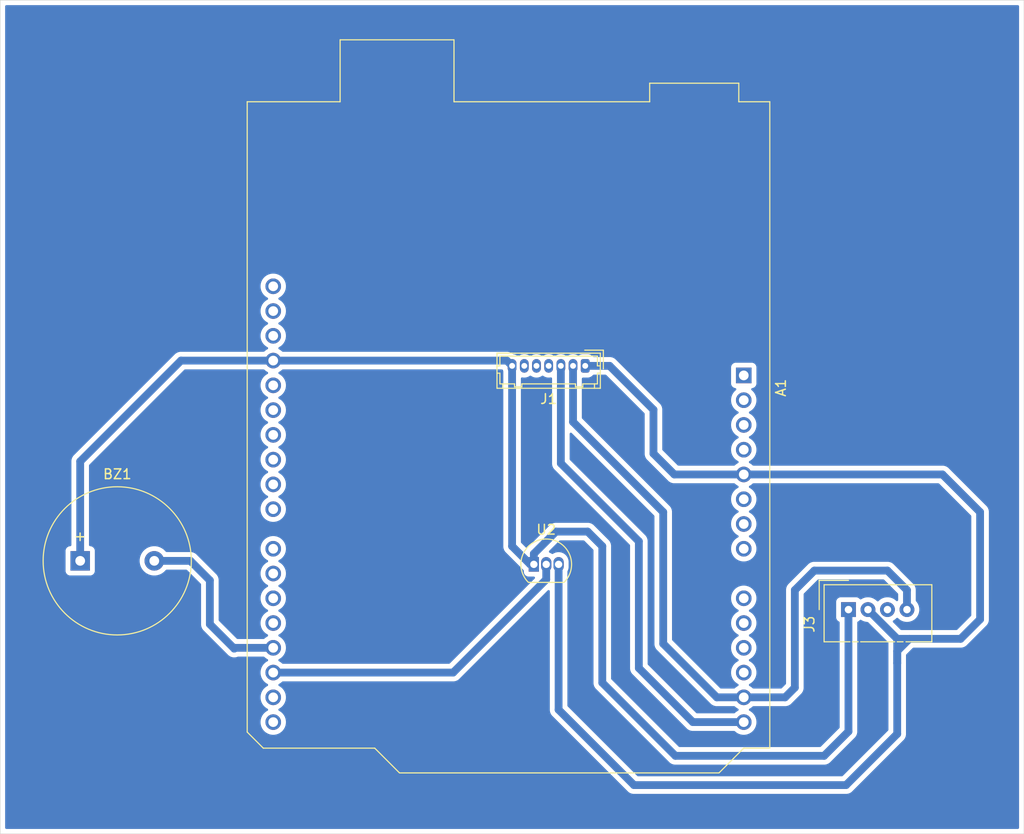
<source format=kicad_pcb>
(kicad_pcb (version 20241229) (generator "pcbnew") (generator_version "9.0")
  (layers (0 "F.Cu" signal) (2 "B.Cu" signal) (13 "F.Paste" user) (15 "B.Paste" user) (5 "F.SilkS" user "F.Silkscreen") (7 "B.SilkS" user "B.Silkscreen") (1 "F.Mask" user) (3 "B.Mask" user) (25 "Edge.Cuts" user))
  (net 0 "")
  (net 6 "/GND")
  (net 18 "Net-(A1-D2)")
  (net 21 "/SCL")
  (net 22 "/VCC")
  (net 29 "Net-(A1-D3)")
  (net 32 "/IRD")
  (net 33 "/INT")
  (net 34 "/RD")
  (footprint "Module:Arduino_UNO_R3" (layer "F.Cu") (at 146.01 89.48 -90)
    (property "Reference" "A1" (at 1.27 -3.81 90) (layer "F.SilkS"))
    (property "Value" "Arduino_UNO_R3")
    (fp_line (start -28.07 50.93) (end 36.58 50.93) (stroke (width 0.12)) (layer "F.SilkS"))
    (fp_line (start 36.58 50.93) (end 38.23 49.28) (stroke (width 0.12)) (layer "F.SilkS"))
    (fp_line (start 38.23 49.28) (end 38.23 37.85) (stroke (width 0.12)) (layer "F.SilkS"))
    (fp_line (start -34.42 41.4) (end -28.07 41.4) (stroke (width 0.12)) (layer "F.SilkS"))
    (fp_line (start -28.07 41.4) (end -28.07 50.93) (stroke (width 0.12)) (layer "F.SilkS"))
    (fp_line (start 38.23 37.85) (end 40.77 35.31) (stroke (width 0.12)) (layer "F.SilkS"))
    (fp_line (start 40.77 35.31) (end 40.77 2.54) (stroke (width 0.12)) (layer "F.SilkS"))
    (fp_line (start -34.42 29.72) (end -34.42 41.4) (stroke (width 0.12)) (layer "F.SilkS"))
    (fp_line (start -28.07 29.72) (end -34.42 29.72) (stroke (width 0.12)) (layer "F.SilkS"))
    (fp_line (start -29.97 9.65) (end -28.07 9.65) (stroke (width 0.12)) (layer "F.SilkS"))
    (fp_line (start -28.07 9.65) (end -28.07 29.72) (stroke (width 0.12)) (layer "F.SilkS"))
    (fp_line (start 40.77 2.54) (end 38.23 0) (stroke (width 0.12)) (layer "F.SilkS"))
    (fp_line (start -29.97 0.51) (end -29.97 9.65) (stroke (width 0.12)) (layer "F.SilkS"))
    (fp_line (start -28.07 0.51) (end -29.97 0.51) (stroke (width 0.12)) (layer "F.SilkS"))
    (fp_line (start 38.23 0) (end 38.23 -2.67) (stroke (width 0.12)) (layer "F.SilkS"))
    (fp_line (start -28.07 -2.67) (end -28.07 0.51) (stroke (width 0.12)) (layer "F.SilkS"))
    (fp_line (start 38.23 -2.67) (end -28.07 -2.67) (stroke (width 0.12)) (layer "F.SilkS"))
    (pad "1" thru_hole rect (at 0 0) (size 1.6 1.6) (drill 1) (layers "*.Cu" "*.Mask"))
    (pad "2" thru_hole oval (at 2.54 0) (size 1.6 1.6) (drill 1) (layers "*.Cu" "*.Mask"))
    (pad "3" thru_hole oval (at 5.08 0) (size 1.6 1.6) (drill 1) (layers "*.Cu" "*.Mask"))
    (pad "4" thru_hole oval (at 7.62 0) (size 1.6 1.6) (drill 1) (layers "*.Cu" "*.Mask"))
    (pad "5" thru_hole oval (at 10.16 0) (size 1.6 1.6) (drill 1) (layers "*.Cu" "*.Mask") (net 22 "/VCC"))
    (pad "6" thru_hole oval (at 12.7 0) (size 1.6 1.6) (drill 1) (layers "*.Cu" "*.Mask"))
    (pad "7" thru_hole oval (at 15.24 0) (size 1.6 1.6) (drill 1) (layers "*.Cu" "*.Mask"))
    (pad "8" thru_hole oval (at 17.78 0) (size 1.6 1.6) (drill 1) (layers "*.Cu" "*.Mask"))
    (pad "9" thru_hole oval (at 22.86 0) (size 1.6 1.6) (drill 1) (layers "*.Cu" "*.Mask"))
    (pad "10" thru_hole oval (at 25.4 0) (size 1.6 1.6) (drill 1) (layers "*.Cu" "*.Mask"))
    (pad "11" thru_hole oval (at 27.94 0) (size 1.6 1.6) (drill 1) (layers "*.Cu" "*.Mask"))
    (pad "12" thru_hole oval (at 30.48 0) (size 1.6 1.6) (drill 1) (layers "*.Cu" "*.Mask"))
    (pad "13" thru_hole oval (at 33.02 0) (size 1.6 1.6) (drill 1) (layers "*.Cu" "*.Mask") (net 21 "/SCL"))
    (pad "14" thru_hole oval (at 35.56 0) (size 1.6 1.6) (drill 1) (layers "*.Cu" "*.Mask") (net 21 "/SCL"))
    (pad "15" thru_hole oval (at 35.56 48.26) (size 1.6 1.6) (drill 1) (layers "*.Cu" "*.Mask"))
    (pad "16" thru_hole oval (at 33.02 48.26) (size 1.6 1.6) (drill 1) (layers "*.Cu" "*.Mask"))
    (pad "17" thru_hole oval (at 30.48 48.26) (size 1.6 1.6) (drill 1) (layers "*.Cu" "*.Mask") (net 18 "Net-(A1-D2)"))
    (pad "18" thru_hole oval (at 27.94 48.26) (size 1.6 1.6) (drill 1) (layers "*.Cu" "*.Mask") (net 29 "Net-(A1-D3)"))
    (pad "19" thru_hole oval (at 25.4 48.26) (size 1.6 1.6) (drill 1) (layers "*.Cu" "*.Mask"))
    (pad "20" thru_hole oval (at 22.86 48.26) (size 1.6 1.6) (drill 1) (layers "*.Cu" "*.Mask"))
    (pad "21" thru_hole oval (at 20.32 48.26) (size 1.6 1.6) (drill 1) (layers "*.Cu" "*.Mask"))
    (pad "22" thru_hole oval (at 17.78 48.26) (size 1.6 1.6) (drill 1) (layers "*.Cu" "*.Mask"))
    (pad "23" thru_hole oval (at 13.72 48.26) (size 1.6 1.6) (drill 1) (layers "*.Cu" "*.Mask"))
    (pad "24" thru_hole oval (at 11.18 48.26) (size 1.6 1.6) (drill 1) (layers "*.Cu" "*.Mask"))
    (pad "25" thru_hole oval (at 8.64 48.26) (size 1.6 1.6) (drill 1) (layers "*.Cu" "*.Mask"))
    (pad "26" thru_hole oval (at 6.1 48.26) (size 1.6 1.6) (drill 1) (layers "*.Cu" "*.Mask"))
    (pad "27" thru_hole oval (at 3.56 48.26) (size 1.6 1.6) (drill 1) (layers "*.Cu" "*.Mask"))
    (pad "28" thru_hole oval (at 1.02 48.26) (size 1.6 1.6) (drill 1) (layers "*.Cu" "*.Mask"))
    (pad "29" thru_hole oval (at -1.52 48.26) (size 1.6 1.6) (drill 1) (layers "*.Cu" "*.Mask") (net 6 "/GND"))
    (pad "30" thru_hole oval (at -4.06 48.26) (size 1.6 1.6) (drill 1) (layers "*.Cu" "*.Mask"))
    (pad "31" thru_hole oval (at -6.6 48.26) (size 1.6 1.6) (drill 1) (layers "*.Cu" "*.Mask"))
    (pad "32" thru_hole oval (at -9.14 48.26) (size 1.6 1.6) (drill 1) (layers "*.Cu" "*.Mask"))
  )
  (footprint "Package_TO_SOT_THT:TO-92_Inline" (layer "F.Cu") (at 124.48 108.86)
    (property "Reference" "U2" (at 1.27 -3.56 0) (layer "F.SilkS"))
    (property "Value" "DS18B20")
    (fp_line (start -0.53 1.85) (end 3.07 1.85) (stroke (width 0.12)) (layer "F.SilkS"))
    (fp_arc (start -0.568478 1.838478) (mid -1.132087 -0.994977) (end 1.27 -2.6) (stroke (width 0.12)) (layer "F.SilkS"))
    (fp_arc (start 1.27 -2.6) (mid 3.672087 -0.994977) (end 3.108478 1.838478) (stroke (width 0.12)) (layer "F.SilkS"))
    (pad "1" thru_hole rect (at 0 0) (size 1.05 1.5) (drill 0.75) (layers "*.Cu" "*.Mask") (net 6 "/GND"))
    (pad "2" thru_hole oval (at 1.27 0) (size 1.05 1.5) (drill 0.75) (layers "*.Cu" "*.Mask") (net 18 "Net-(A1-D2)"))
    (pad "3" thru_hole oval (at 2.54 0) (size 1.05 1.5) (drill 0.75) (layers "*.Cu" "*.Mask") (net 22 "/VCC"))
  )
  (footprint "Connector_Hirose:Hirose_DF13-07P-1.25DSA_1x07_P1.25mm_Vertical" (layer "F.Cu") (at 129.75 88.5 180)
    (property "Reference" "J1" (at 3.75 -3.4 0) (layer "F.SilkS"))
    (property "Value" "MAX30102")
    (fp_line (start 9.05 1.3) (end 9.05 -2.3) (stroke (width 0.12)) (layer "F.SilkS"))
    (fp_line (start 9.05 -0.75) (end 8.75 -0.75) (stroke (width 0.12)) (layer "F.SilkS"))
    (fp_line (start 9.05 -2.3) (end -1.55 -2.3) (stroke (width 0.12)) (layer "F.SilkS"))
    (fp_line (start 8.75 1) (end 8.75 0) (stroke (width 0.12)) (layer "F.SilkS"))
    (fp_line (start 8.75 0) (end 9.05 0) (stroke (width 0.12)) (layer "F.SilkS"))
    (fp_line (start 8.75 -0.75) (end 8.75 -1.85) (stroke (width 0.12)) (layer "F.SilkS"))
    (fp_line (start 8.75 -1.85) (end 8.45 -1.85) (stroke (width 0.12)) (layer "F.SilkS"))
    (fp_line (start 8.45 -1.85) (end 8.45 -2.3) (stroke (width 0.12)) (layer "F.SilkS"))
    (fp_line (start 7.25 -1.85) (end 8.45 -1.85) (stroke (width 0.12)) (layer "F.SilkS"))
    (fp_line (start 7.25 -2.15) (end 7.25 -1.85) (stroke (width 0.12)) (layer "F.SilkS"))
    (fp_line (start 6.5 -1.85) (end 6.5 -2.15) (stroke (width 0.12)) (layer "F.SilkS"))
    (fp_line (start 6.5 -2.15) (end 7.25 -2.15) (stroke (width 0.12)) (layer "F.SilkS"))
    (fp_line (start 1 -1.85) (end 6.5 -1.85) (stroke (width 0.12)) (layer "F.SilkS"))
    (fp_line (start 1 -2.15) (end 1 -1.85) (stroke (width 0.12)) (layer "F.SilkS"))
    (fp_line (start 0.25 -1.85) (end 0.25 -2.15) (stroke (width 0.12)) (layer "F.SilkS"))
    (fp_line (start 0.25 -2.15) (end 1 -2.15) (stroke (width 0.12)) (layer "F.SilkS"))
    (fp_line (start -0.95 -1.85) (end 0.25 -1.85) (stroke (width 0.12)) (layer "F.SilkS"))
    (fp_line (start -0.95 -1.85) (end -0.95 -2.3) (stroke (width 0.12)) (layer "F.SilkS"))
    (fp_line (start -1.25 1) (end 8.75 1) (stroke (width 0.12)) (layer "F.SilkS"))
    (fp_line (start -1.25 0) (end -1.25 1) (stroke (width 0.12)) (layer "F.SilkS"))
    (fp_line (start -1.25 -0.75) (end -1.25 -1.85) (stroke (width 0.12)) (layer "F.SilkS"))
    (fp_line (start -1.25 -1.85) (end -0.95 -1.85) (stroke (width 0.12)) (layer "F.SilkS"))
    (fp_line (start -1.55 1.3) (end 9.05 1.3) (stroke (width 0.12)) (layer "F.SilkS"))
    (fp_line (start -1.55 0) (end -1.25 0) (stroke (width 0.12)) (layer "F.SilkS"))
    (fp_line (start -1.55 -0.75) (end -1.25 -0.75) (stroke (width 0.12)) (layer "F.SilkS"))
    (fp_line (start -1.55 -2.3) (end -1.55 1.3) (stroke (width 0.12)) (layer "F.SilkS"))
    (fp_line (start -1.86 1.61) (end 0.05 1.61) (stroke (width 0.12)) (layer "F.SilkS"))
    (fp_line (start -1.86 -0.3) (end -1.86 1.61) (stroke (width 0.12)) (layer "F.SilkS"))
    (pad "1" thru_hole roundrect (at 0 0 180) (size 0.9 1.4) (drill 0.6) (layers "*.Cu" "*.Mask") (net 22 "/VCC"))
    (pad "2" thru_hole oval (at 1.25 0 180) (size 0.9 1.4) (drill 0.6) (layers "*.Cu" "*.Mask") (net 21 "/SCL"))
    (pad "3" thru_hole oval (at 2.5 0 180) (size 0.9 1.4) (drill 0.6) (layers "*.Cu" "*.Mask") (net 21 "/SCL"))
    (pad "4" thru_hole oval (at 3.75 0 180) (size 0.9 1.4) (drill 0.6) (layers "*.Cu" "*.Mask") (net 33 "/INT"))
    (pad "5" thru_hole oval (at 5 0 180) (size 0.9 1.4) (drill 0.6) (layers "*.Cu" "*.Mask") (net 32 "/IRD"))
    (pad "6" thru_hole oval (at 6.25 0 180) (size 0.9 1.4) (drill 0.6) (layers "*.Cu" "*.Mask") (net 34 "/RD"))
    (pad "7" thru_hole oval (at 7.5 0 180) (size 0.9 1.4) (drill 0.6) (layers "*.Cu" "*.Mask") (net 6 "/GND"))
  )
  (footprint "Connector:NS-Tech_Grove_1x04_P2mm_Vertical" (layer "F.Cu") (at 156.75 113.5 90)
    (property "Reference" "J3" (at -1.5 -4 90) (layer "F.SilkS"))
    (property "Value" "LCD 16x2")
    (fp_line (start 3 -3) (end 3 0) (stroke (width 0.12)) (layer "F.SilkS"))
    (fp_line (start 0 -3) (end 3 -3) (stroke (width 0.12)) (layer "F.SilkS"))
    (fp_line (start 2.55 -2.5) (end 2.55 8.55) (stroke (width 0.12)) (layer "F.SilkS"))
    (fp_line (start -3.3 -2.5) (end 2.55 -2.5) (stroke (width 0.12)) (layer "F.SilkS"))
    (fp_line (start -3.3 -2.5) (end -3.3 0.15) (stroke (width 0.12)) (layer "F.SilkS"))
    (fp_line (start -3.3 0.4) (end -3.3 1) (stroke (width 0.12)) (layer "F.SilkS"))
    (fp_line (start -3.3 1.25) (end -3.3 4.75) (stroke (width 0.12)) (layer "F.SilkS"))
    (fp_line (start -3.3 5) (end -3.3 5.6) (stroke (width 0.12)) (layer "F.SilkS"))
    (fp_line (start -3.3 5.9) (end -3.3 8.55) (stroke (width 0.12)) (layer "F.SilkS"))
    (fp_line (start -3.3 8.55) (end 2.55 8.55) (stroke (width 0.12)) (layer "F.SilkS"))
    (pad "1" thru_hole rect (at 0 0 90) (size 1.524 1.524) (drill 0.762) (layers "*.Cu" "*.Mask") (net 6 "/GND"))
    (pad "2" thru_hole circle (at 0 2 90) (size 1.524 1.524) (drill 0.762) (layers "*.Cu" "*.Mask") (net 22 "/VCC"))
    (pad "3" thru_hole circle (at 0 4 90) (size 1.524 1.524) (drill 0.762) (layers "*.Cu" "*.Mask") (net 21 "/SCL"))
    (pad "4" thru_hole circle (at 0 6 90) (size 1.524 1.524) (drill 0.762) (layers "*.Cu" "*.Mask") (net 21 "/SCL"))
  )
  (footprint "Buzzer_Beeper:Buzzer_15x7.5RM7.6" (layer "F.Cu") (at 77.95 108.5)
    (property "Reference" "BZ1" (at 3.81 -8.89 0) (layer "F.SilkS"))
    (property "Value" "Buzzer")
    (fp_circle (center 3.8 0) (end 11.4 0) (stroke (width 0.12)) (fill no) (layer "F.SilkS"))
    (fp_text user "+" (at -0.01 -2.54 0) (layer "F.SilkS"))
    (pad "1" thru_hole rect (at 0 0) (size 2 2) (drill 1) (layers "*.Cu" "*.Mask") (net 6 "/GND"))
    (pad "2" thru_hole circle (at 7.6 0) (size 2 2) (drill 1) (layers "*.Cu" "*.Mask") (net 29 "Net-(A1-D3)"))
  )
  (gr_rect (start 69.75 51) (end 174.75 136.5) (stroke (width 0.05)) (fill no) (layer "Edge.Cuts"))
  (segment (start 124.48 107.77) (end 126.75 105.5) (width 0.8) (layer "B.Cu") (net 6))
  (segment (start 131.5 121) (end 139 128.5) (width 0.8) (layer "B.Cu") (net 6))
  (segment (start 97.75 87.96) (end 121.71 87.96) (width 0.8) (layer "B.Cu") (net 6))
  (segment (start 122.25 107) (end 122.25 88.5) (width 0.8) (layer "B.Cu") (net 6))
  (segment (start 156.75 126) (end 156.75 113.5) (width 0.8) (layer "B.Cu") (net 6))
  (segment (start 121.71 87.96) (end 122.25 88.5) (width 0.8) (layer "B.Cu") (net 6))
  (segment (start 154.25 128.5) (end 156.75 126) (width 0.8) (layer "B.Cu") (net 6))
  (segment (start 88.29 87.96) (end 97.75 87.96) (width 0.8) (layer "B.Cu") (net 6))
  (segment (start 124.48 108.86) (end 124.48 107.77) (width 0.8) (layer "B.Cu") (net 6))
  (segment (start 77.95 98.3) (end 88.29 87.96) (width 0.8) (layer "B.Cu") (net 6))
  (segment (start 126.75 105.5) (end 130 105.5) (width 0.8) (layer "B.Cu") (net 6))
  (segment (start 131.5 107) (end 131.5 121) (width 0.8) (layer "B.Cu") (net 6))
  (segment (start 77.95 108.5) (end 77.95 98.3) (width 0.8) (layer "B.Cu") (net 6))
  (segment (start 124.11 108.86) (end 122.25 107) (width 0.8) (layer "B.Cu") (net 6))
  (segment (start 130 105.5) (end 131.5 107) (width 0.8) (layer "B.Cu") (net 6))
  (segment (start 124.48 108.86) (end 124.11 108.86) (width 0.8) (layer "B.Cu") (net 6))
  (segment (start 139 128.5) (end 154.25 128.5) (width 0.8) (layer "B.Cu") (net 6))
  (segment (start 125.75 110.41) (end 116.2 119.96) (width 0.8) (layer "B.Cu") (net 18))
  (segment (start 125.75 108.86) (end 125.75 110.41) (width 0.8) (layer "B.Cu") (net 18))
  (segment (start 116.2 119.96) (end 97.75 119.96) (width 0.8) (layer "B.Cu") (net 18))
  (segment (start 151.25 121.5) (end 150.25 122.5) (width 0.8) (layer "B.Cu") (net 21))
  (segment (start 160.75 109.5) (end 153.25 109.5) (width 0.8) (layer "B.Cu") (net 21))
  (segment (start 162.75 111.5) (end 160.75 109.5) (width 0.8) (layer "B.Cu") (net 21))
  (segment (start 127.25 98.5) (end 127.25 88.5) (width 0.8) (layer "B.Cu") (net 21))
  (segment (start 150.25 122.5) (end 146.01 122.5) (width 0.8) (layer "B.Cu") (net 21))
  (segment (start 151.25 111.5) (end 151.25 121.5) (width 0.8) (layer "B.Cu") (net 21))
  (segment (start 135.25 106.5) (end 127.25 98.5) (width 0.8) (layer "B.Cu") (net 21))
  (segment (start 128.5 88.5) (end 128.5 94.25) (width 0.8) (layer "B.Cu") (net 21))
  (segment (start 143.25 122.5) (end 146.01 122.5) (width 0.8) (layer "B.Cu") (net 21))
  (segment (start 162.75 113.5) (end 162.75 111.5) (width 0.8) (layer "B.Cu") (net 21))
  (segment (start 135.25 119.5) (end 135.25 106.5) (width 0.8) (layer "B.Cu") (net 21))
  (segment (start 128.5 94.25) (end 137.75 103.5) (width 0.8) (layer "B.Cu") (net 21))
  (segment (start 137.75 117) (end 143.25 122.5) (width 0.8) (layer "B.Cu") (net 21))
  (segment (start 140.79 125.04) (end 135.25 119.5) (width 0.8) (layer "B.Cu") (net 21))
  (segment (start 137.75 103.5) (end 137.75 117) (width 0.8) (layer "B.Cu") (net 21))
  (segment (start 153.25 109.5) (end 151.25 111.5) (width 0.8) (layer "B.Cu") (net 21))
  (segment (start 146.01 125.04) (end 140.79 125.04) (width 0.8) (layer "B.Cu") (net 21))
  (segment (start 161.75 117.75) (end 163 116.5) (width 0.8) (layer "B.Cu") (net 22))
  (segment (start 163 116.5) (end 168.25 116.5) (width 0.8) (layer "B.Cu") (net 22))
  (segment (start 138.89 99.64) (end 146.01 99.64) (width 0.8) (layer "B.Cu") (net 22))
  (segment (start 156.5 131.5) (end 161.75 126.25) (width 0.8) (layer "B.Cu") (net 22))
  (segment (start 161.75 119) (end 161.75 117.75) (width 0.8) (layer "B.Cu") (net 22))
  (segment (start 166.39 99.64) (end 146.01 99.64) (width 0.8) (layer "B.Cu") (net 22))
  (segment (start 161.75 116.5) (end 163 116.5) (width 0.8) (layer "B.Cu") (net 22))
  (segment (start 129.75 88.5) (end 132.25 88.5) (width 0.8) (layer "B.Cu") (net 22))
  (segment (start 170.25 114.5) (end 170.25 103.5) (width 0.8) (layer "B.Cu") (net 22))
  (segment (start 134.75 131.5) (end 156.5 131.5) (width 0.8) (layer "B.Cu") (net 22))
  (segment (start 168.25 116.5) (end 170.25 114.5) (width 0.8) (layer "B.Cu") (net 22))
  (segment (start 158.75 113.5) (end 161.75 116.5) (width 0.8) (layer "B.Cu") (net 22))
  (segment (start 132.25 88.5) (end 136.75 93) (width 0.8) (layer "B.Cu") (net 22))
  (segment (start 161.75 126.25) (end 161.75 119) (width 0.8) (layer "B.Cu") (net 22))
  (segment (start 170.25 103.5) (end 166.39 99.64) (width 0.8) (layer "B.Cu") (net 22))
  (segment (start 161.75 119) (end 161.75 116.5) (width 0.8) (layer "B.Cu") (net 22))
  (segment (start 136.75 93) (end 136.75 97.5) (width 0.8) (layer "B.Cu") (net 22))
  (segment (start 127.02 123.77) (end 134.75 131.5) (width 0.8) (layer "B.Cu") (net 22))
  (segment (start 136.75 97.5) (end 138.89 99.64) (width 0.8) (layer "B.Cu") (net 22))
  (segment (start 127.02 108.86) (end 127.02 123.77) (width 0.8) (layer "B.Cu") (net 22))
  (segment (start 93.75 117.5) (end 91.25 115) (width 0.8) (layer "B.Cu") (net 29))
  (segment (start 93.83 117.42) (end 93.75 117.5) (width 0.8) (layer "B.Cu") (net 29))
  (segment (start 97.75 117.42) (end 93.83 117.42) (width 0.8) (layer "B.Cu") (net 29))
  (segment (start 91.25 110.5) (end 89.25 108.5) (width 0.8) (layer "B.Cu") (net 29))
  (segment (start 91.25 115) (end 91.25 110.5) (width 0.8) (layer "B.Cu") (net 29))
  (segment (start 89.25 108.5) (end 85.55 108.5) (width 0.8) (layer "B.Cu") (net 29))
  (zone (net 0) (net_name "") (layer "B.Cu") (connect_pads (clearance 0.5)) (min_thickness 0.25) (fill yes (thermal_gap 0.5) (thermal_bridge_width 0.5) (island_removal_mode 1) (island_area_min 10))
    (polygon (pts (xy 69.75 51) (xy 174.75 51) (xy 174.75 136.5) (xy 69.75 136.5)))
  )
)
</source>
